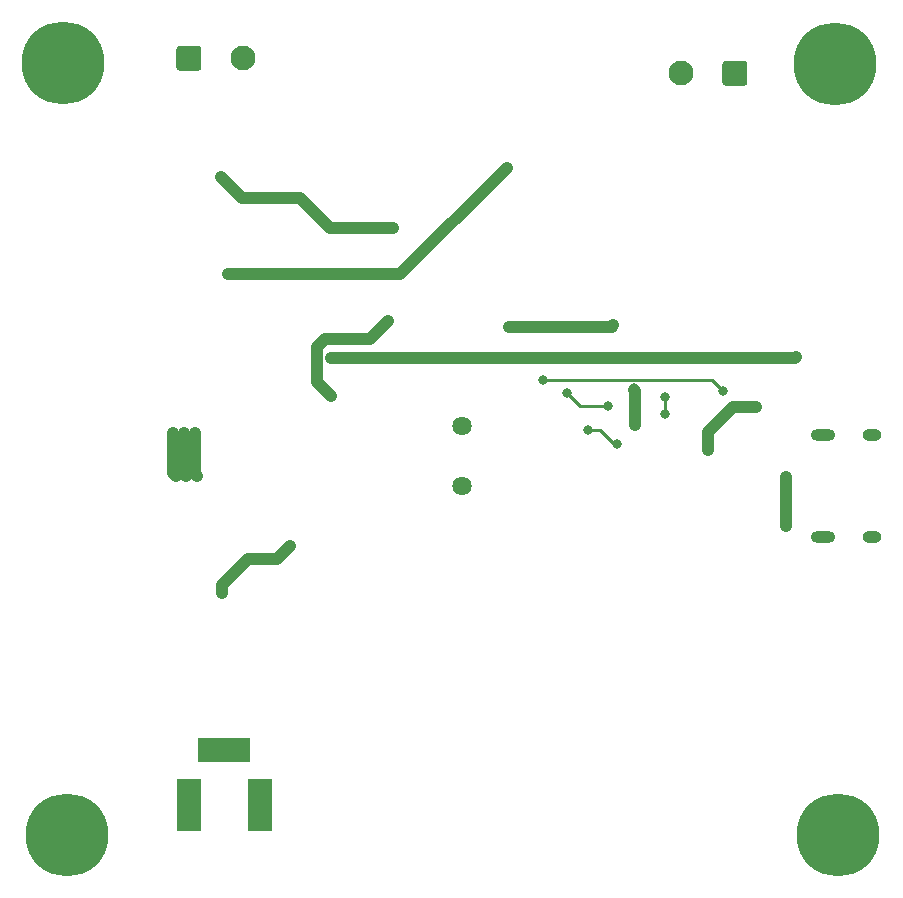
<source format=gbr>
G04 #@! TF.GenerationSoftware,KiCad,Pcbnew,(5.1.8)-1*
G04 #@! TF.CreationDate,2021-05-16T14:51:20+01:00*
G04 #@! TF.ProjectId,jubileev2,6a756269-6c65-4657-9632-2e6b69636164,rev?*
G04 #@! TF.SameCoordinates,Original*
G04 #@! TF.FileFunction,Copper,L2,Bot*
G04 #@! TF.FilePolarity,Positive*
%FSLAX46Y46*%
G04 Gerber Fmt 4.6, Leading zero omitted, Abs format (unit mm)*
G04 Created by KiCad (PCBNEW (5.1.8)-1) date 2021-05-16 14:51:20*
%MOMM*%
%LPD*%
G01*
G04 APERTURE LIST*
G04 #@! TA.AperFunction,ComponentPad*
%ADD10O,2.100000X1.000000*%
G04 #@! TD*
G04 #@! TA.AperFunction,ComponentPad*
%ADD11O,1.600000X1.000000*%
G04 #@! TD*
G04 #@! TA.AperFunction,ConnectorPad*
%ADD12C,7.000000*%
G04 #@! TD*
G04 #@! TA.AperFunction,ComponentPad*
%ADD13C,3.900000*%
G04 #@! TD*
G04 #@! TA.AperFunction,ComponentPad*
%ADD14C,1.638000*%
G04 #@! TD*
G04 #@! TA.AperFunction,ComponentPad*
%ADD15R,2.000000X4.500000*%
G04 #@! TD*
G04 #@! TA.AperFunction,ComponentPad*
%ADD16R,4.500000X2.000000*%
G04 #@! TD*
G04 #@! TA.AperFunction,ComponentPad*
%ADD17C,2.100000*%
G04 #@! TD*
G04 #@! TA.AperFunction,ViaPad*
%ADD18C,0.800000*%
G04 #@! TD*
G04 #@! TA.AperFunction,Conductor*
%ADD19C,1.000000*%
G04 #@! TD*
G04 #@! TA.AperFunction,Conductor*
%ADD20C,0.250000*%
G04 #@! TD*
G04 APERTURE END LIST*
D10*
G04 #@! TO.P,USB1,13*
G04 #@! TO.N,GND*
X109568000Y-98953000D03*
X109568000Y-90313000D03*
D11*
X113748000Y-98953000D03*
X113748000Y-90313000D03*
G04 #@! TD*
D12*
G04 #@! TO.P,H4,1*
G04 #@! TO.N,GND*
X45593000Y-124206000D03*
D13*
X45593000Y-124206000D03*
G04 #@! TD*
D12*
G04 #@! TO.P,H3,1*
G04 #@! TO.N,GND*
X110568000Y-58928000D03*
D13*
X110568000Y-58928000D03*
G04 #@! TD*
D12*
G04 #@! TO.P,H2,1*
G04 #@! TO.N,GND*
X110871000Y-124206000D03*
D13*
X110871000Y-124206000D03*
G04 #@! TD*
D12*
G04 #@! TO.P,H1,1*
G04 #@! TO.N,GND*
X45212000Y-58801000D03*
D13*
X45212000Y-58801000D03*
G04 #@! TD*
D14*
G04 #@! TO.P,S2,2*
G04 #@! TO.N,EN*
X78968000Y-89548000D03*
G04 #@! TO.P,S2,1*
G04 #@! TO.N,GND*
X78968000Y-94653000D03*
G04 #@! TD*
D15*
G04 #@! TO.P,J1,2*
G04 #@! TO.N,GND*
X61880000Y-121666000D03*
G04 #@! TO.P,J1,1*
G04 #@! TO.N,Net-(D2-Pad2)*
X55880000Y-121666000D03*
D16*
G04 #@! TO.P,J1,3*
G04 #@! TO.N,GND*
X58880000Y-116966000D03*
G04 #@! TD*
D17*
G04 #@! TO.P,J3,2*
G04 #@! TO.N,Net-(J3-Pad2)*
X60480000Y-58420000D03*
G04 #@! TO.P,J3,1*
G04 #@! TO.N,Net-(J3-Pad1)*
G04 #@! TA.AperFunction,ComponentPad*
G36*
G01*
X54830000Y-59220001D02*
X54830000Y-57619999D01*
G75*
G02*
X55079999Y-57370000I249999J0D01*
G01*
X56680001Y-57370000D01*
G75*
G02*
X56930000Y-57619999I0J-249999D01*
G01*
X56930000Y-59220001D01*
G75*
G02*
X56680001Y-59470000I-249999J0D01*
G01*
X55079999Y-59470000D01*
G75*
G02*
X54830000Y-59220001I0J249999D01*
G01*
G37*
G04 #@! TD.AperFunction*
G04 #@! TD*
G04 #@! TO.P,SW3,1*
G04 #@! TO.N,Net-(R8-Pad2)*
G04 #@! TA.AperFunction,ComponentPad*
G36*
G01*
X103158000Y-58889999D02*
X103158000Y-60490001D01*
G75*
G02*
X102908001Y-60740000I-249999J0D01*
G01*
X101307999Y-60740000D01*
G75*
G02*
X101058000Y-60490001I0J249999D01*
G01*
X101058000Y-58889999D01*
G75*
G02*
X101307999Y-58640000I249999J0D01*
G01*
X102908001Y-58640000D01*
G75*
G02*
X103158000Y-58889999I0J-249999D01*
G01*
G37*
G04 #@! TD.AperFunction*
G04 #@! TO.P,SW3,2*
G04 #@! TO.N,GND*
X97508000Y-59690000D03*
G04 #@! TD*
D18*
G04 #@! TO.N,+3V3*
X67945000Y-83820000D03*
X107315000Y-83693000D03*
X99868000Y-91553000D03*
X103868000Y-87953000D03*
G04 #@! TO.N,EN*
X101068000Y-86578000D03*
X85868000Y-85653000D03*
G04 #@! TO.N,DTR*
X96168000Y-88578000D03*
X96168000Y-87128000D03*
G04 #@! TO.N,LED_RING*
X59182000Y-76708000D03*
X82804000Y-67691000D03*
G04 #@! TO.N,ESP_RXD*
X89699000Y-89853000D03*
X92168000Y-91053000D03*
G04 #@! TO.N,Net-(F1-Pad2)*
X106468000Y-98053000D03*
X106468000Y-93853000D03*
G04 #@! TO.N,GND*
X67818000Y-72771000D03*
X73152000Y-72771000D03*
X67437000Y-82169000D03*
X72771000Y-80645000D03*
X82968000Y-81153000D03*
X91821000Y-81026000D03*
X67945000Y-86995000D03*
X54768000Y-93753000D03*
X55668000Y-93753000D03*
X56568000Y-93753000D03*
X54568000Y-90153000D03*
X55468000Y-90153000D03*
X56368000Y-90153000D03*
X60868000Y-100853000D03*
X58668000Y-103653000D03*
X64468000Y-99753000D03*
X61668000Y-70253000D03*
X58618000Y-68453000D03*
X93668000Y-89453000D03*
X93568000Y-86353000D03*
G04 #@! TO.N,IO0*
X87868000Y-86753000D03*
X91368000Y-87853000D03*
G04 #@! TD*
D19*
G04 #@! TO.N,+3V3*
X107188000Y-83820000D02*
X107315000Y-83693000D01*
X67945000Y-83820000D02*
X107188000Y-83820000D01*
X99868000Y-91553000D02*
X99868000Y-90053000D01*
X99868000Y-90053000D02*
X101968000Y-87953000D01*
X101968000Y-87953000D02*
X103868000Y-87953000D01*
D20*
G04 #@! TO.N,EN*
X100143000Y-85653000D02*
X99968000Y-85653000D01*
X101068000Y-86578000D02*
X100143000Y-85653000D01*
X100117999Y-85627999D02*
X100143000Y-85653000D01*
X85893001Y-85627999D02*
X100117999Y-85627999D01*
X85868000Y-85653000D02*
X85893001Y-85627999D01*
G04 #@! TO.N,DTR*
X96168000Y-88578000D02*
X96168000Y-87128000D01*
D19*
G04 #@! TO.N,LED_RING*
X73787000Y-76708000D02*
X82804000Y-67691000D01*
X59182000Y-76708000D02*
X73787000Y-76708000D01*
D20*
G04 #@! TO.N,ESP_RXD*
X89699000Y-89853000D02*
X90668000Y-89853000D01*
X91868000Y-91053000D02*
X92168000Y-91053000D01*
X90668000Y-89853000D02*
X91868000Y-91053000D01*
D19*
G04 #@! TO.N,Net-(F1-Pad2)*
X106468000Y-98053000D02*
X106468000Y-93853000D01*
G04 #@! TO.N,GND*
X67818000Y-72771000D02*
X73152000Y-72771000D01*
X71247000Y-82169000D02*
X72771000Y-80645000D01*
X67437000Y-82169000D02*
X71247000Y-82169000D01*
X66744990Y-85794990D02*
X67945000Y-86995000D01*
X66744990Y-82861010D02*
X66744990Y-85794990D01*
X67437000Y-82169000D02*
X66744990Y-82861010D01*
X54568000Y-93553000D02*
X54768000Y-93753000D01*
X54568000Y-90153000D02*
X54568000Y-93553000D01*
X55468000Y-93553000D02*
X55668000Y-93753000D01*
X55468000Y-90153000D02*
X55468000Y-93553000D01*
X56368000Y-93553000D02*
X56568000Y-93753000D01*
X56368000Y-90153000D02*
X56368000Y-93553000D01*
X58668000Y-103053000D02*
X60868000Y-100853000D01*
X58668000Y-103653000D02*
X58668000Y-103053000D01*
X63368000Y-100853000D02*
X64468000Y-99753000D01*
X60868000Y-100853000D02*
X63368000Y-100853000D01*
X65300000Y-70253000D02*
X67818000Y-72771000D01*
X61668000Y-70253000D02*
X65300000Y-70253000D01*
X61668000Y-70253000D02*
X60486457Y-70253000D01*
X91694000Y-81153000D02*
X91821000Y-81026000D01*
X82968000Y-81153000D02*
X91694000Y-81153000D01*
X93668000Y-86578010D02*
X93568000Y-86478010D01*
X93668000Y-89453000D02*
X93668000Y-86578010D01*
X60418000Y-70253000D02*
X58618000Y-68453000D01*
X61668000Y-70253000D02*
X60418000Y-70253000D01*
D20*
G04 #@! TO.N,IO0*
X88968000Y-87853000D02*
X91368000Y-87853000D01*
X87868000Y-86753000D02*
X88968000Y-87853000D01*
G04 #@! TD*
M02*

</source>
